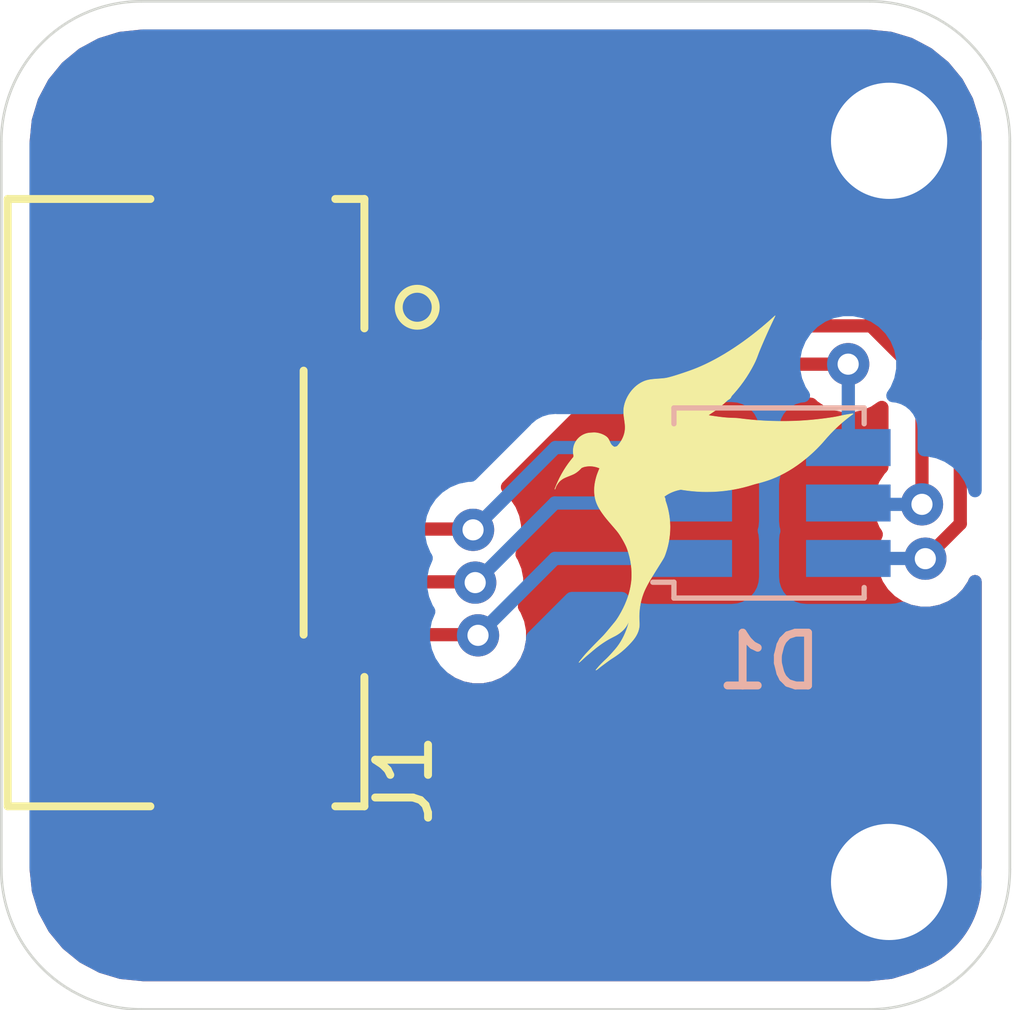
<source format=kicad_pcb>
(kicad_pcb (version 20171130) (host pcbnew "(5.1.10)-1")

  (general
    (thickness 1.6)
    (drawings 12)
    (tracks 39)
    (zones 0)
    (modules 5)
    (nets 8)
  )

  (page A4)
  (layers
    (0 F.Cu signal)
    (31 B.Cu signal)
    (32 B.Adhes user)
    (33 F.Adhes user)
    (34 B.Paste user)
    (35 F.Paste user)
    (36 B.SilkS user)
    (37 F.SilkS user)
    (38 B.Mask user)
    (39 F.Mask user)
    (40 Dwgs.User user)
    (41 Cmts.User user)
    (42 Eco1.User user)
    (43 Eco2.User user)
    (44 Edge.Cuts user)
    (45 Margin user)
    (46 B.CrtYd user)
    (47 F.CrtYd user)
    (48 B.Fab user hide)
    (49 F.Fab user hide)
  )

  (setup
    (last_trace_width 0.25)
    (trace_clearance 0.2)
    (zone_clearance 0.508)
    (zone_45_only no)
    (trace_min 0.2)
    (via_size 0.8)
    (via_drill 0.4)
    (via_min_size 0.4)
    (via_min_drill 0.3)
    (uvia_size 0.3)
    (uvia_drill 0.1)
    (uvias_allowed no)
    (uvia_min_size 0.2)
    (uvia_min_drill 0.1)
    (edge_width 0.05)
    (segment_width 0.2)
    (pcb_text_width 0.3)
    (pcb_text_size 1.5 1.5)
    (mod_edge_width 0.12)
    (mod_text_size 1 1)
    (mod_text_width 0.15)
    (pad_size 2.1 2.799999)
    (pad_drill 0)
    (pad_to_mask_clearance 0)
    (aux_axis_origin 0 0)
    (visible_elements 7FFFFFFF)
    (pcbplotparams
      (layerselection 0x010fc_ffffffff)
      (usegerberextensions true)
      (usegerberattributes false)
      (usegerberadvancedattributes false)
      (creategerberjobfile false)
      (excludeedgelayer true)
      (linewidth 0.100000)
      (plotframeref false)
      (viasonmask false)
      (mode 1)
      (useauxorigin false)
      (hpglpennumber 1)
      (hpglpenspeed 20)
      (hpglpendiameter 15.000000)
      (psnegative false)
      (psa4output false)
      (plotreference true)
      (plotvalue false)
      (plotinvisibletext false)
      (padsonsilk false)
      (subtractmaskfromsilk true)
      (outputformat 1)
      (mirror false)
      (drillshape 0)
      (scaleselection 1)
      (outputdirectory "gerber/"))
  )

  (net 0 "")
  (net 1 "Net-(D1-Pad1)")
  (net 2 "Net-(D1-Pad2)")
  (net 3 "Net-(D1-Pad3)")
  (net 4 "Net-(D1-Pad6)")
  (net 5 "Net-(D1-Pad5)")
  (net 6 "Net-(D1-Pad4)")
  (net 7 "Net-(J1-PadSH)")

  (net_class Default "This is the default net class."
    (clearance 0.2)
    (trace_width 0.25)
    (via_dia 0.8)
    (via_drill 0.4)
    (uvia_dia 0.3)
    (uvia_drill 0.1)
    (add_net "Net-(D1-Pad1)")
    (add_net "Net-(D1-Pad2)")
    (add_net "Net-(D1-Pad3)")
    (add_net "Net-(D1-Pad4)")
    (add_net "Net-(D1-Pad5)")
    (add_net "Net-(D1-Pad6)")
    (add_net "Net-(J1-PadSH)")
  )

  (module digikey-footprints:6-PLCC_3.5x3.5mm (layer B.Cu) (tedit 61934CEB) (tstamp 6191F1F0)
    (at 147.5881 66.421)
    (path /6191D7E3)
    (attr smd)
    (fp_text reference D1 (at 0 3 -180) (layer B.SilkS)
      (effects (font (size 1 1) (thickness 0.15)) (justify mirror))
    )
    (fp_text value ASMB-TTB0-0A3A2 (at 0 -3.1) (layer B.Fab)
      (effects (font (size 1 1) (thickness 0.15)) (justify mirror))
    )
    (fp_line (start -2.8 2.3) (end 2.8 2.3) (layer B.CrtYd) (width 0.1))
    (fp_line (start 2.8 2.3) (end 2.8 -2.3) (layer B.CrtYd) (width 0.1))
    (fp_line (start 2.8 -2.3) (end -2.8 -2.3) (layer B.CrtYd) (width 0.1))
    (fp_line (start -2.8 -2.3) (end -2.8 2.3) (layer B.CrtYd) (width 0.1))
    (fp_line (start -1.8 1.5) (end -2.2 1.5) (layer B.SilkS) (width 0.1))
    (fp_line (start -1.8 1.8) (end -1.8 1.5) (layer B.SilkS) (width 0.1))
    (fp_line (start 1.8 1.8) (end -1.8 1.8) (layer B.SilkS) (width 0.1))
    (fp_line (start 1.8 1.6) (end 1.8 1.8) (layer B.SilkS) (width 0.1))
    (fp_line (start -1.8 -1.8) (end -1.8 -1.5) (layer B.SilkS) (width 0.1))
    (fp_line (start 1.8 -1.8) (end -1.8 -1.8) (layer B.SilkS) (width 0.1))
    (fp_line (start 1.8 -1.5) (end 1.8 -1.8) (layer B.SilkS) (width 0.1))
    (fp_line (start -1.75 -1.75) (end -1.75 1.75) (layer B.Fab) (width 0.1))
    (fp_line (start 1.75 -1.75) (end -1.75 -1.75) (layer B.Fab) (width 0.1))
    (fp_line (start 1.75 1.75) (end 1.75 -1.75) (layer B.Fab) (width 0.1))
    (fp_line (start -1.75 1.75) (end 1.75 1.75) (layer B.Fab) (width 0.1))
    (fp_text user REF** (at 0 0 -90) (layer B.Fab)
      (effects (font (size 0.5 0.5) (thickness 0.125)) (justify mirror))
    )
    (pad 1 smd rect (at -1.5 1.05) (size 1.6 0.7) (layers B.Cu B.Paste B.Mask)
      (net 1 "Net-(D1-Pad1)"))
    (pad 2 smd rect (at -1.5 0) (size 1.6 0.7) (layers B.Cu B.Paste B.Mask)
      (net 2 "Net-(D1-Pad2)"))
    (pad 3 smd rect (at -1.5 -1.05) (size 1.6 0.7) (layers B.Cu B.Paste B.Mask)
      (net 3 "Net-(D1-Pad3)"))
    (pad 6 smd rect (at 1.5 1.05) (size 1.6 0.7) (layers B.Cu B.Paste B.Mask)
      (net 4 "Net-(D1-Pad6)"))
    (pad 5 smd rect (at 1.5 0) (size 1.6 0.7) (layers B.Cu B.Paste B.Mask)
      (net 5 "Net-(D1-Pad5)"))
    (pad 4 smd rect (at 1.5 -1.05) (size 1.6 0.7) (layers B.Cu B.Paste B.Mask)
      (net 6 "Net-(D1-Pad4)"))
    (model ${KIPRJMOD}/footprints/6-PLCC.STEP
      (offset (xyz -1.5 -1.72 1.38))
      (scale (xyz 1 1 1))
      (rotate (xyz 0 0 0))
    )
  )

  (module Molex_FFC:molex_FFC_0522070633 (layer F.Cu) (tedit 6194AFDB) (tstamp 6191F22F)
    (at 139.1793 63.6143 270)
    (path /6191FD81)
    (fp_text reference J1 (at 8.05 -1.5 90) (layer F.SilkS)
      (effects (font (size 1 1) (thickness 0.15)))
    )
    (fp_text value Conn_01x06_Shielded (at 3 7.1 90) (layer F.Fab)
      (effects (font (size 1 1) (thickness 0.15)))
    )
    (fp_line (start 0 0) (end 0.6 0) (layer Dwgs.User) (width 0.12))
    (fp_line (start 0.6 0) (end 0.6 -1.9) (layer Dwgs.User) (width 0.12))
    (fp_line (start 0.6 -1.9) (end 0 -1.9) (layer Dwgs.User) (width 0.12))
    (fp_line (start 0 -1.9) (end 0 0) (layer Dwgs.User) (width 0.12))
    (fp_line (start 1 0) (end 1.6 0) (layer Dwgs.User) (width 0.12))
    (fp_line (start 1.6 0) (end 1.6 -1.9) (layer Dwgs.User) (width 0.12))
    (fp_line (start 1.6 -1.9) (end 1 -1.9) (layer Dwgs.User) (width 0.12))
    (fp_line (start 1 -1.9) (end 1 0) (layer Dwgs.User) (width 0.12))
    (fp_line (start 1 0) (end 1.6 0) (layer Dwgs.User) (width 0.12))
    (fp_line (start 2 0) (end 2.6 0) (layer Dwgs.User) (width 0.12))
    (fp_line (start 2.6 0) (end 2.6 -1.9) (layer Dwgs.User) (width 0.12))
    (fp_line (start 2.6 -1.9) (end 2 -1.9) (layer Dwgs.User) (width 0.12))
    (fp_line (start 2 -1.9) (end 2 0) (layer Dwgs.User) (width 0.12))
    (fp_line (start 3 0) (end 3.6 0) (layer Dwgs.User) (width 0.12))
    (fp_line (start 3.6 0) (end 3.6 -1.9) (layer Dwgs.User) (width 0.12))
    (fp_line (start 3.6 -1.9) (end 3 -1.9) (layer Dwgs.User) (width 0.12))
    (fp_line (start 3 -1.9) (end 3 0) (layer Dwgs.User) (width 0.12))
    (fp_line (start 4 0) (end 4.6 0) (layer Dwgs.User) (width 0.12))
    (fp_line (start 4.6 0) (end 4.6 -1.9) (layer Dwgs.User) (width 0.12))
    (fp_line (start 4.6 -1.9) (end 4 -1.9) (layer Dwgs.User) (width 0.12))
    (fp_line (start 4 -1.9) (end 4 0) (layer Dwgs.User) (width 0.12))
    (fp_line (start 5 0) (end 5.6 0) (layer Dwgs.User) (width 0.12))
    (fp_line (start 5.6 0) (end 5.6 -1.9) (layer Dwgs.User) (width 0.12))
    (fp_line (start 5.6 -1.9) (end 5 -1.9) (layer Dwgs.User) (width 0.12))
    (fp_line (start 5 -1.9) (end 5 0) (layer Dwgs.User) (width 0.12))
    (fp_line (start 7.4 0) (end 7.4 2.8) (layer Dwgs.User) (width 0.12))
    (fp_line (start 7.4 2.8) (end 9.5 2.8) (layer Dwgs.User) (width 0.12))
    (fp_line (start 9.5 2.8) (end 9.5 0) (layer Dwgs.User) (width 0.12))
    (fp_line (start 9.5 0) (end 7.4 0) (layer Dwgs.User) (width 0.12))
    (fp_line (start 6.1 -0.75) (end 8.55 -0.75) (layer Dwgs.User) (width 0.12))
    (fp_line (start 8.55 -0.75) (end 8.55 -0.2) (layer Dwgs.User) (width 0.12))
    (fp_line (start -1.8 0) (end -1.8 2.8) (layer Dwgs.User) (width 0.12))
    (fp_line (start -1.8 2.8) (end -3.9 2.8) (layer Dwgs.User) (width 0.12))
    (fp_line (start -3.9 2.8) (end -3.9 0) (layer Dwgs.User) (width 0.12))
    (fp_line (start -3.9 0) (end -1.8 0) (layer Dwgs.User) (width 0.12))
    (fp_line (start -0.5 -0.75) (end -2.95 -0.75) (layer Dwgs.User) (width 0.12))
    (fp_line (start -2.95 -0.75) (end -2.95 -0.2) (layer Dwgs.User) (width 0.12))
    (fp_line (start 0.3 0.4) (end 5.3 0.4) (layer Dwgs.User) (width 0.12))
    (fp_line (start -2.95 3.3) (end -2.95 6) (layer Dwgs.User) (width 0.12))
    (fp_line (start -2.95 6) (end 8.55 6) (layer Dwgs.User) (width 0.12))
    (fp_line (start 8.55 6) (end 8.55 3.3) (layer Dwgs.User) (width 0.12))
    (fp_circle (center -0.9 -1.75) (end -0.65 -1.5) (layer Dwgs.User) (width 0.12))
    (fp_line (start -2.95 -0.2) (end -2.95 -0.75) (layer F.SilkS) (width 0.15))
    (fp_line (start -2.95 -0.75) (end -0.5 -0.75) (layer F.SilkS) (width 0.15))
    (fp_line (start 0.3 0.4) (end 5.3 0.4) (layer F.SilkS) (width 0.15))
    (fp_line (start 6.1 -0.75) (end 8.55 -0.75) (layer F.SilkS) (width 0.15))
    (fp_line (start 8.55 -0.75) (end 8.55 -0.2) (layer F.SilkS) (width 0.15))
    (fp_line (start 8.55 3.3) (end 8.55 6) (layer F.SilkS) (width 0.15))
    (fp_line (start 8.55 6) (end -2.95 6) (layer F.SilkS) (width 0.15))
    (fp_line (start -2.95 6) (end -2.95 3.3) (layer F.SilkS) (width 0.15))
    (fp_circle (center -0.9 -1.75) (end -0.55 -1.75) (layer F.SilkS) (width 0.15))
    (pad SH smd rect (at 8.45 1.4 270) (size 2.1 2.799999) (layers F.Cu F.Paste F.Mask)
      (net 7 "Net-(J1-PadSH)"))
    (pad SH smd rect (at -2.85 1.4 270) (size 2.1 2.799999) (layers F.Cu F.Paste F.Mask)
      (net 7 "Net-(J1-PadSH)"))
    (pad 1 smd rect (at 0.3 -0.95 270) (size 0.6 1.9) (layers F.Cu F.Paste F.Mask)
      (net 4 "Net-(D1-Pad6)"))
    (pad 6 smd rect (at 5.3 -0.95 270) (size 0.6 1.9) (layers F.Cu F.Paste F.Mask)
      (net 1 "Net-(D1-Pad1)"))
    (pad 5 smd rect (at 4.3 -0.95 270) (size 0.6 1.9) (layers F.Cu F.Paste F.Mask)
      (net 2 "Net-(D1-Pad2)"))
    (pad 4 smd rect (at 3.3 -0.95 270) (size 0.6 1.9) (layers F.Cu F.Paste F.Mask)
      (net 3 "Net-(D1-Pad3)"))
    (pad 3 smd rect (at 2.3 -0.95 270) (size 0.6 1.9) (layers F.Cu F.Paste F.Mask)
      (net 6 "Net-(D1-Pad4)"))
    (pad 2 smd rect (at 1.3 -0.95 270) (size 0.6 1.9) (layers F.Cu F.Paste F.Mask)
      (net 5 "Net-(D1-Pad5)"))
    (model ${KIPRJMOD}/footprints/Molex_FFC/Molex_FFC_0522070633.step
      (offset (xyz 2.8 -3 1.34))
      (scale (xyz 1 1 1))
      (rotate (xyz -90 0 0))
    )
  )

  (module logo:Tern_logo (layer F.Cu) (tedit 0) (tstamp 6191FA4E)
    (at 146.3548 66.2305)
    (fp_text reference G*** (at 0 0) (layer F.SilkS) hide
      (effects (font (size 1.524 1.524) (thickness 0.3)))
    )
    (fp_text value LOGO (at 0.75 0) (layer F.SilkS) hide
      (effects (font (size 1.524 1.524) (thickness 0.3)))
    )
    (fp_poly (pts (xy -2.801035 -0.119505) (xy -2.802343 -0.115278) (xy -2.803989 -0.11088) (xy -2.80683 -0.103525)
      (xy -2.810182 -0.094567) (xy -2.812959 -0.086946) (xy -2.815588 -0.080019) (xy -2.81796 -0.074489)
      (xy -2.819602 -0.071449) (xy -2.819716 -0.071315) (xy -2.819932 -0.072132) (xy -2.818988 -0.075928)
      (xy -2.817074 -0.082015) (xy -2.815613 -0.086269) (xy -2.811344 -0.098036) (xy -2.807535 -0.107864)
      (xy -2.804381 -0.115291) (xy -2.802077 -0.119855) (xy -2.800936 -0.121138) (xy -2.801035 -0.119505)) (layer F.SilkS) (width 0.01))
    (fp_poly (pts (xy 1.348154 -3.35404) (xy 1.348154 -3.354028) (xy 1.347335 -3.352079) (xy 1.34501 -3.347029)
      (xy 1.341376 -3.339293) (xy 1.336629 -3.329286) (xy 1.330966 -3.317425) (xy 1.324585 -3.304124)
      (xy 1.319603 -3.293781) (xy 1.274481 -3.198949) (xy 1.228968 -3.100754) (xy 1.18329 -2.999692)
      (xy 1.13767 -2.896261) (xy 1.092332 -2.790955) (xy 1.087815 -2.780323) (xy 1.076769 -2.754213)
      (xy 1.067015 -2.730959) (xy 1.058267 -2.709843) (xy 1.050237 -2.690144) (xy 1.04264 -2.671145)
      (xy 1.03519 -2.652127) (xy 1.0276 -2.63237) (xy 1.019583 -2.611156) (xy 1.010854 -2.587766)
      (xy 1.007269 -2.5781) (xy 0.997622 -2.552899) (xy 0.98738 -2.527874) (xy 0.976309 -2.502539)
      (xy 0.964178 -2.476404) (xy 0.950753 -2.448984) (xy 0.935803 -2.419789) (xy 0.919095 -2.388333)
      (xy 0.901078 -2.355361) (xy 0.853122 -2.272471) (xy 0.801584 -2.190771) (xy 0.746687 -2.110573)
      (xy 0.688657 -2.03219) (xy 0.627719 -1.955935) (xy 0.564097 -1.88212) (xy 0.546251 -1.862389)
      (xy 0.536534 -1.851608) (xy 0.529164 -1.843034) (xy 0.523722 -1.836118) (xy 0.519788 -1.830307)
      (xy 0.516943 -1.82505) (xy 0.515731 -1.822297) (xy 0.507351 -1.805629) (xy 0.496783 -1.791678)
      (xy 0.483522 -1.77991) (xy 0.46706 -1.769789) (xy 0.465016 -1.768746) (xy 0.459852 -1.765948)
      (xy 0.454621 -1.762604) (xy 0.448865 -1.758338) (xy 0.442122 -1.752772) (xy 0.433936 -1.74553)
      (xy 0.423845 -1.736234) (xy 0.41308 -1.726106) (xy 0.402006 -1.715775) (xy 0.390836 -1.705626)
      (xy 0.380191 -1.696202) (xy 0.370688 -1.688046) (xy 0.362946 -1.6817) (xy 0.358981 -1.678678)
      (xy 0.35153 -1.672889) (xy 0.342346 -1.665131) (xy 0.332399 -1.656257) (xy 0.322661 -1.647122)
      (xy 0.318764 -1.64331) (xy 0.309698 -1.634583) (xy 0.300284 -1.625992) (xy 0.291399 -1.618303)
      (xy 0.283917 -1.612287) (xy 0.281032 -1.610185) (xy 0.274226 -1.605405) (xy 0.265283 -1.599008)
      (xy 0.255199 -1.591714) (xy 0.24497 -1.584241) (xy 0.2413 -1.581539) (xy 0.215851 -1.563101)
      (xy 0.19115 -1.545881) (xy 0.16805 -1.530468) (xy 0.157965 -1.524) (xy 0.13864 -1.511516)
      (xy 0.121885 -1.500123) (xy 0.107967 -1.490012) (xy 0.097155 -1.481374) (xy 0.093439 -1.478078)
      (xy 0.082342 -1.467804) (xy 0.089529 -1.466598) (xy 0.098538 -1.46514) (xy 0.110812 -1.46323)
      (xy 0.125746 -1.460959) (xy 0.142736 -1.458413) (xy 0.161177 -1.455682) (xy 0.180462 -1.452854)
      (xy 0.199988 -1.450017) (xy 0.21915 -1.44726) (xy 0.237341 -1.444671) (xy 0.253959 -1.442339)
      (xy 0.268396 -1.440352) (xy 0.277447 -1.439138) (xy 0.313753 -1.43448) (xy 0.347047 -1.430504)
      (xy 0.378148 -1.427142) (xy 0.407879 -1.424329) (xy 0.437061 -1.421996) (xy 0.466515 -1.420077)
      (xy 0.497064 -1.418504) (xy 0.529528 -1.417211) (xy 0.55587 -1.416377) (xy 0.577023 -1.415726)
      (xy 0.594976 -1.415066) (xy 0.610432 -1.414348) (xy 0.624099 -1.413526) (xy 0.636681 -1.412553)
      (xy 0.648885 -1.411381) (xy 0.661417 -1.409963) (xy 0.672123 -1.408625) (xy 0.765791 -1.397106)
      (xy 0.856643 -1.387119) (xy 0.945439 -1.378617) (xy 1.032935 -1.371549) (xy 1.119891 -1.365866)
      (xy 1.207063 -1.36152) (xy 1.295211 -1.35846) (xy 1.385092 -1.356638) (xy 1.477464 -1.356005)
      (xy 1.48297 -1.356004) (xy 1.551464 -1.356293) (xy 1.616921 -1.357167) (xy 1.680176 -1.358658)
      (xy 1.742059 -1.360798) (xy 1.803404 -1.36362) (xy 1.865043 -1.367158) (xy 1.927809 -1.371443)
      (xy 1.9812 -1.375578) (xy 2.022093 -1.379071) (xy 2.064035 -1.382975) (xy 2.106683 -1.387243)
      (xy 2.149691 -1.39183) (xy 2.192715 -1.396689) (xy 2.235408 -1.401776) (xy 2.277427 -1.407043)
      (xy 2.318425 -1.412446) (xy 2.358059 -1.417937) (xy 2.395982 -1.423473) (xy 2.43185 -1.429006)
      (xy 2.465318 -1.43449) (xy 2.496041 -1.439881) (xy 2.523674 -1.445131) (xy 2.547871 -1.450195)
      (xy 2.555385 -1.451897) (xy 2.588942 -1.459422) (xy 2.623286 -1.466655) (xy 2.657315 -1.473379)
      (xy 2.689926 -1.479378) (xy 2.720018 -1.484435) (xy 2.722685 -1.484855) (xy 2.73669 -1.487093)
      (xy 2.751334 -1.489513) (xy 2.765445 -1.491915) (xy 2.777855 -1.494101) (xy 2.786185 -1.495639)
      (xy 2.798704 -1.497788) (xy 2.808606 -1.49898) (xy 2.815417 -1.499162) (xy 2.81715 -1.498945)
      (xy 2.823692 -1.497584) (xy 2.814219 -1.490881) (xy 2.803314 -1.483022) (xy 2.789982 -1.473181)
      (xy 2.774837 -1.461828) (xy 2.758497 -1.449433) (xy 2.741576 -1.436465) (xy 2.724691 -1.423395)
      (xy 2.708457 -1.410692) (xy 2.69349 -1.398825) (xy 2.6924 -1.397953) (xy 2.614685 -1.333509)
      (xy 2.539303 -1.266415) (xy 2.466029 -1.196449) (xy 2.394633 -1.123388) (xy 2.324889 -1.047009)
      (xy 2.276211 -0.9906) (xy 2.256491 -0.967721) (xy 2.234343 -0.942921) (xy 2.210335 -0.916791)
      (xy 2.185033 -0.889922) (xy 2.159003 -0.862902) (xy 2.132813 -0.836324) (xy 2.107029 -0.810777)
      (xy 2.082218 -0.786852) (xy 2.066193 -0.771811) (xy 1.99136 -0.704628) (xy 1.915863 -0.641167)
      (xy 1.839729 -0.581446) (xy 1.762983 -0.52548) (xy 1.685655 -0.473288) (xy 1.60777 -0.424887)
      (xy 1.529356 -0.380293) (xy 1.45044 -0.339524) (xy 1.371049 -0.302597) (xy 1.29121 -0.269529)
      (xy 1.2416 -0.251009) (xy 1.202209 -0.237403) (xy 1.160794 -0.223999) (xy 1.118506 -0.21114)
      (xy 1.076502 -0.199168) (xy 1.035933 -0.188425) (xy 1.007208 -0.181397) (xy 0.995547 -0.17849)
      (xy 0.981215 -0.174654) (xy 0.965252 -0.170183) (xy 0.948698 -0.165372) (xy 0.932593 -0.160513)
      (xy 0.925147 -0.158194) (xy 0.835989 -0.13148) (xy 0.747871 -0.107932) (xy 0.6602 -0.087442)
      (xy 0.572383 -0.069901) (xy 0.483829 -0.055199) (xy 0.393945 -0.04323) (xy 0.302138 -0.033882)
      (xy 0.21297 -0.027354) (xy 0.195232 -0.026459) (xy 0.174282 -0.025687) (xy 0.150814 -0.025044)
      (xy 0.125522 -0.024536) (xy 0.099099 -0.024169) (xy 0.07224 -0.023949) (xy 0.045639 -0.023881)
      (xy 0.019988 -0.023972) (xy -0.004017 -0.024226) (xy -0.025683 -0.024651) (xy -0.042984 -0.025199)
      (xy -0.131124 -0.029825) (xy -0.216776 -0.036689) (xy -0.300706 -0.045866) (xy -0.383679 -0.057429)
      (xy -0.396546 -0.059447) (xy -0.436684 -0.065834) (xy -0.459529 -0.061381) (xy -0.503469 -0.051272)
      (xy -0.547315 -0.03819) (xy -0.590464 -0.022397) (xy -0.63231 -0.004152) (xy -0.672248 0.016285)
      (xy -0.709671 0.038651) (xy -0.738764 0.058772) (xy -0.752332 0.06883) (xy -0.748234 0.074958)
      (xy -0.74004 0.090104) (xy -0.734177 0.107025) (xy -0.731096 0.12425) (xy -0.730738 0.131881)
      (xy -0.730359 0.138371) (xy -0.729082 0.145579) (xy -0.726695 0.154383) (xy -0.722989 0.165656)
      (xy -0.72179 0.169082) (xy -0.702413 0.228734) (xy -0.685479 0.290873) (xy -0.671098 0.354851)
      (xy -0.659378 0.420019) (xy -0.650431 0.48573) (xy -0.644365 0.551336) (xy -0.64129 0.616189)
      (xy -0.640909 0.646723) (xy -0.642669 0.717461) (xy -0.647995 0.789031) (xy -0.656792 0.860898)
      (xy -0.668966 0.932523) (xy -0.684422 1.003368) (xy -0.703068 1.072897) (xy -0.724808 1.140571)
      (xy -0.729839 1.154723) (xy -0.734424 1.167365) (xy -0.73854 1.17854) (xy -0.742372 1.188596)
      (xy -0.746106 1.19788) (xy -0.749927 1.206741) (xy -0.754019 1.215524) (xy -0.758567 1.224577)
      (xy -0.763757 1.234248) (xy -0.769773 1.244884) (xy -0.776801 1.256832) (xy -0.785025 1.270439)
      (xy -0.79463 1.286052) (xy -0.805802 1.30402) (xy -0.818725 1.324689) (xy -0.829754 1.342293)
      (xy -0.855943 1.384115) (xy -0.88014 1.422825) (xy -0.902454 1.458605) (xy -0.922993 1.491637)
      (xy -0.941865 1.522104) (xy -0.95918 1.550189) (xy -0.975045 1.576073) (xy -0.989569 1.599941)
      (xy -1.002861 1.621973) (xy -1.01503 1.642353) (xy -1.026183 1.661263) (xy -1.036429 1.678885)
      (xy -1.045878 1.695403) (xy -1.054636 1.710999) (xy -1.062814 1.725854) (xy -1.070518 1.740153)
      (xy -1.077859 1.754077) (xy -1.084944 1.767809) (xy -1.091882 1.781531) (xy -1.096931 1.791677)
      (xy -1.107233 1.812722) (xy -1.116075 1.831325) (xy -1.123886 1.848468) (xy -1.131094 1.865129)
      (xy -1.138129 1.88229) (xy -1.145418 1.90093) (xy -1.150202 1.913525) (xy -1.169355 1.969173)
      (xy -1.185889 2.027231) (xy -1.199718 2.087132) (xy -1.210754 2.148307) (xy -1.218909 2.210188)
      (xy -1.224094 2.272208) (xy -1.226221 2.333798) (xy -1.225203 2.394391) (xy -1.225091 2.39688)
      (xy -1.224391 2.41215) (xy -1.223675 2.427871) (xy -1.222988 2.443058) (xy -1.222373 2.456725)
      (xy -1.221877 2.467889) (xy -1.221714 2.471609) (xy -1.221964 2.509924) (xy -1.226069 2.548088)
      (xy -1.234037 2.586116) (xy -1.245874 2.624022) (xy -1.261586 2.661821) (xy -1.281179 2.699529)
      (xy -1.30466 2.73716) (xy -1.332035 2.774729) (xy -1.36331 2.81225) (xy -1.368814 2.818403)
      (xy -1.411216 2.864192) (xy -1.452794 2.906679) (xy -1.494004 2.946254) (xy -1.535298 2.983307)
      (xy -1.577132 3.018228) (xy -1.61996 3.051408) (xy -1.664237 3.083237) (xy -1.710417 3.114105)
      (xy -1.721338 3.121099) (xy -1.736193 3.130603) (xy -1.749846 3.139498) (xy -1.762879 3.148188)
      (xy -1.775873 3.157077) (xy -1.789407 3.166571) (xy -1.804064 3.177073) (xy -1.820423 3.188988)
      (xy -1.839065 3.20272) (xy -1.847298 3.208817) (xy -1.867742 3.223983) (xy -1.885361 3.237073)
      (xy -1.900475 3.248329) (xy -1.913403 3.257994) (xy -1.924467 3.266311) (xy -1.933986 3.273522)
      (xy -1.942279 3.27987) (xy -1.949669 3.285597) (xy -1.956473 3.290945) (xy -1.963014 3.296159)
      (xy -1.96961 3.301479) (xy -1.970075 3.301856) (xy -1.984011 3.313145) (xy -1.995296 3.32225)
      (xy -2.004305 3.329463) (xy -2.011416 3.335071) (xy -2.017004 3.339364) (xy -2.021445 3.342631)
      (xy -2.025114 3.345162) (xy -2.028387 3.347246) (xy -2.031261 3.348953) (xy -2.038021 3.352718)
      (xy -2.04189 3.354431) (xy -2.043233 3.3542) (xy -2.042521 3.352312) (xy -2.040324 3.349236)
      (xy -2.035978 3.343698) (xy -2.029892 3.336191) (xy -2.022475 3.327205) (xy -2.014137 3.317234)
      (xy -2.005285 3.306769) (xy -1.996331 3.296303) (xy -1.987682 3.286326) (xy -1.986865 3.285393)
      (xy -1.977144 3.274578) (xy -1.9652 3.26176) (xy -1.951612 3.247521) (xy -1.936957 3.232443)
      (xy -1.921812 3.217109) (xy -1.906754 3.202103) (xy -1.892361 3.188005) (xy -1.87921 3.1754)
      (xy -1.867878 3.16487) (xy -1.863969 3.161355) (xy -1.850912 3.149335) (xy -1.835786 3.13467)
      (xy -1.818962 3.117765) (xy -1.80081 3.099027) (xy -1.781702 3.078862) (xy -1.762009 3.057677)
      (xy -1.742101 3.035878) (xy -1.72235 3.013872) (xy -1.703127 2.992064) (xy -1.684802 2.970862)
      (xy -1.667746 2.950671) (xy -1.652331 2.931899) (xy -1.638927 2.914951) (xy -1.638319 2.914162)
      (xy -1.604485 2.867466) (xy -1.572332 2.817557) (xy -1.542052 2.764836) (xy -1.51384 2.709704)
      (xy -1.487889 2.652561) (xy -1.464393 2.593809) (xy -1.443545 2.533848) (xy -1.42567 2.47357)
      (xy -1.422171 2.460439) (xy -1.418649 2.446829) (xy -1.415245 2.433321) (xy -1.4121 2.4205)
      (xy -1.409354 2.40895) (xy -1.407147 2.399254) (xy -1.40562 2.391997) (xy -1.404914 2.387761)
      (xy -1.404883 2.387175) (xy -1.40549 2.387894) (xy -1.407094 2.391698) (xy -1.409452 2.39797)
      (xy -1.412319 2.40609) (xy -1.412344 2.406162) (xy -1.428146 2.44694) (xy -1.446681 2.485191)
      (xy -1.468098 2.521113) (xy -1.492546 2.554903) (xy -1.520175 2.586757) (xy -1.551134 2.616874)
      (xy -1.585574 2.645451) (xy -1.604107 2.659197) (xy -1.62127 2.671059) (xy -1.639028 2.682455)
      (xy -1.658028 2.693759) (xy -1.678917 2.705347) (xy -1.702344 2.717594) (xy -1.722315 2.727607)
      (xy -1.786103 2.761032) (xy -1.84995 2.798314) (xy -1.913784 2.839406) (xy -1.977533 2.884257)
      (xy -2.041125 2.932821) (xy -2.10449 2.985049) (xy -2.107064 2.987252) (xy -2.121221 2.999353)
      (xy -2.136783 3.012594) (xy -2.152859 3.026222) (xy -2.16856 3.039484) (xy -2.182993 3.051625)
      (xy -2.194169 3.060974) (xy -2.20737 3.072018) (xy -2.219063 3.08191) (xy -2.229826 3.091164)
      (xy -2.240237 3.100292) (xy -2.250873 3.109811) (xy -2.26231 3.120233) (xy -2.275127 3.132072)
      (xy -2.2899 3.145844) (xy -2.298195 3.153609) (xy -2.309411 3.163999) (xy -2.320516 3.174061)
      (xy -2.331128 3.183472) (xy -2.340867 3.191908) (xy -2.349352 3.199044) (xy -2.356204 3.204557)
      (xy -2.36104 3.208122) (xy -2.363481 3.209414) (xy -2.363656 3.209365) (xy -2.362921 3.207443)
      (xy -2.359927 3.202855) (xy -2.354931 3.195924) (xy -2.348192 3.186972) (xy -2.339967 3.176321)
      (xy -2.330515 3.164294) (xy -2.320094 3.151213) (xy -2.308961 3.137402) (xy -2.297374 3.123182)
      (xy -2.285593 3.108877) (xy -2.273874 3.094808) (xy -2.262476 3.081298) (xy -2.251656 3.06867)
      (xy -2.244752 3.060741) (xy -2.228877 3.042926) (xy -2.210188 3.022457) (xy -2.18868 2.999331)
      (xy -2.164352 2.973544) (xy -2.137199 2.945094) (xy -2.10722 2.913977) (xy -2.07441 2.88019)
      (xy -2.038768 2.843731) (xy -2.000289 2.804595) (xy -1.961834 2.76567) (xy -1.950449 2.754163)
      (xy -1.939971 2.743543) (xy -1.930233 2.733617) (xy -1.921067 2.724194) (xy -1.912307 2.715079)
      (xy -1.903785 2.706082) (xy -1.895334 2.697009) (xy -1.886786 2.687669) (xy -1.877974 2.677868)
      (xy -1.868732 2.667415) (xy -1.858891 2.656117) (xy -1.848285 2.643782) (xy -1.836747 2.630217)
      (xy -1.824108 2.61523) (xy -1.810202 2.598629) (xy -1.794862 2.58022) (xy -1.77792 2.559813)
      (xy -1.759209 2.537213) (xy -1.738562 2.51223) (xy -1.715812 2.48467) (xy -1.690791 2.454342)
      (xy -1.683282 2.445239) (xy -1.666924 2.424322) (xy -1.649376 2.399803) (xy -1.63658 2.380599)
      (xy -1.404661 2.380599) (xy -1.404302 2.383133) (xy -1.403635 2.383163) (xy -1.403168 2.380548)
      (xy -1.40348 2.379419) (xy -1.404348 2.378679) (xy -1.404661 2.380599) (xy -1.63658 2.380599)
      (xy -1.631481 2.372947) (xy -1.402861 2.372947) (xy -1.401884 2.373923) (xy -1.400907 2.372947)
      (xy -1.401884 2.37197) (xy -1.402861 2.372947) (xy -1.631481 2.372947) (xy -1.630703 2.37178)
      (xy -1.610972 2.34035) (xy -1.601739 2.325077) (xy -1.561578 2.254817) (xy -1.525028 2.184437)
      (xy -1.492118 2.114019) (xy -1.462877 2.043647) (xy -1.437334 1.973404) (xy -1.415517 1.903373)
      (xy -1.397455 1.833637) (xy -1.383176 1.764279) (xy -1.372711 1.695383) (xy -1.36772 1.64807)
      (xy -1.367098 1.639371) (xy -1.36645 1.627646) (xy -1.365812 1.613778) (xy -1.365224 1.598648)
      (xy -1.364724 1.583138) (xy -1.364477 1.573823) (xy -1.364689 1.502558) (xy -1.3687 1.430865)
      (xy -1.376465 1.359012) (xy -1.387938 1.287266) (xy -1.403072 1.215893) (xy -1.421822 1.14516)
      (xy -1.444143 1.075334) (xy -1.456051 1.042377) (xy -1.463993 1.022673) (xy -1.473997 1.000278)
      (xy -1.485819 0.975656) (xy -1.499216 0.949269) (xy -1.513941 0.921581) (xy -1.529751 0.893056)
      (xy -1.546402 0.864155) (xy -1.563648 0.835343) (xy -1.575121 0.816788) (xy -1.585831 0.799882)
      (xy -1.595826 0.784565) (xy -1.605504 0.770309) (xy -1.615263 0.756586) (xy -1.625501 0.74287)
      (xy -1.636615 0.728633) (xy -1.649004 0.713347) (xy -1.663065 0.696485) (xy -1.679197 0.67752)
      (xy -1.687372 0.668002) (xy -1.69695 0.656879) (xy -1.70846 0.643514) (xy -1.721285 0.628624)
      (xy -1.734806 0.612926) (xy -1.748406 0.597138) (xy -1.761465 0.581979) (xy -1.76731 0.575194)
      (xy -1.790335 0.54834) (xy -1.810999 0.523953) (xy -1.829616 0.50165) (xy -1.846497 0.481049)
      (xy -1.861958 0.461767) (xy -1.876309 0.44342) (xy -1.889865 0.425627) (xy -1.893236 0.421127)
      (xy -1.922067 0.381456) (xy -1.94785 0.343675) (xy -1.970737 0.307434) (xy -1.990881 0.272383)
      (xy -2.008435 0.238172) (xy -2.023553 0.204451) (xy -2.036386 0.170871) (xy -2.04709 0.137081)
      (xy -2.055815 0.102731) (xy -2.062716 0.067473) (xy -2.067946 0.030954) (xy -2.069332 0.018562)
      (xy -2.070289 0.006402) (xy -2.070996 -0.008762) (xy -2.071452 -0.026034) (xy -2.071658 -0.044516)
      (xy -2.071612 -0.063313) (xy -2.071317 -0.08153) (xy -2.07077 -0.098269) (xy -2.069973 -0.112635)
      (xy -2.069332 -0.120161) (xy -2.061068 -0.181892) (xy -2.048926 -0.243215) (xy -2.03292 -0.304063)
      (xy -2.022057 -0.338555) (xy -2.017939 -0.350414) (xy -2.012743 -0.36465) (xy -2.006813 -0.380387)
      (xy -2.00049 -0.396749) (xy -1.994116 -0.412859) (xy -1.988035 -0.427841) (xy -1.982588 -0.44082)
      (xy -1.978424 -0.450254) (xy -1.975311 -0.457508) (xy -1.973113 -0.463545) (xy -1.972163 -0.467408)
      (xy -1.972206 -0.468125) (xy -1.974296 -0.469747) (xy -1.979267 -0.47234) (xy -1.986336 -0.475524)
      (xy -1.993276 -0.478358) (xy -2.029706 -0.490801) (xy -2.067297 -0.500206) (xy -2.105305 -0.506446)
      (xy -2.142985 -0.509392) (xy -2.173153 -0.509259) (xy -2.191367 -0.508095) (xy -2.209814 -0.506258)
      (xy -2.227838 -0.50386) (xy -2.244785 -0.501017) (xy -2.26 -0.497842) (xy -2.272829 -0.494448)
      (xy -2.282617 -0.490949) (xy -2.285023 -0.489814) (xy -2.291613 -0.486894) (xy -2.299602 -0.483975)
      (xy -2.303605 -0.482734) (xy -2.308698 -0.481039) (xy -2.313086 -0.4788) (xy -2.317587 -0.475404)
      (xy -2.323021 -0.470237) (xy -2.329856 -0.463061) (xy -2.351091 -0.441564) (xy -2.37368 -0.421039)
      (xy -2.396862 -0.402105) (xy -2.419877 -0.38538) (xy -2.441964 -0.371483) (xy -2.44365 -0.370522)
      (xy -2.452755 -0.365515) (xy -2.462182 -0.360643) (xy -2.472389 -0.355706) (xy -2.483833 -0.350503)
      (xy -2.496972 -0.344834) (xy -2.512265 -0.338497) (xy -2.530168 -0.331291) (xy -2.55114 -0.323016)
      (xy -2.558561 -0.320114) (xy -2.583146 -0.310368) (xy -2.604447 -0.301579) (xy -2.622908 -0.293537)
      (xy -2.638976 -0.286034) (xy -2.653095 -0.27886) (xy -2.665711 -0.271807) (xy -2.677269 -0.264666)
      (xy -2.678723 -0.263717) (xy -2.703292 -0.246203) (xy -2.725103 -0.227601) (xy -2.74474 -0.207279)
      (xy -2.762786 -0.184606) (xy -2.779824 -0.158949) (xy -2.787472 -0.145994) (xy -2.792095 -0.13798)
      (xy -2.795934 -0.131493) (xy -2.798632 -0.127124) (xy -2.799832 -0.125464) (xy -2.799861 -0.125496)
      (xy -2.799115 -0.127857) (xy -2.797032 -0.133248) (xy -2.793844 -0.14112) (xy -2.789782 -0.150924)
      (xy -2.785078 -0.162111) (xy -2.779965 -0.174133) (xy -2.774675 -0.186441) (xy -2.769439 -0.198486)
      (xy -2.764489 -0.209719) (xy -2.760649 -0.218286) (xy -2.727213 -0.288109) (xy -2.690447 -0.357381)
      (xy -2.650697 -0.425552) (xy -2.608308 -0.49207) (xy -2.563628 -0.556384) (xy -2.517 -0.617943)
      (xy -2.486673 -0.65519) (xy -2.467299 -0.678312) (xy -2.46538 -0.692673) (xy -2.464455 -0.703138)
      (xy -2.464911 -0.712525) (xy -2.466405 -0.721329) (xy -2.471644 -0.755851) (xy -2.473416 -0.791124)
      (xy -2.471772 -0.826519) (xy -2.46676 -0.861407) (xy -2.458431 -0.89516) (xy -2.450826 -0.91733)
      (xy -2.435901 -0.950679) (xy -2.41773 -0.981945) (xy -2.396485 -1.010943) (xy -2.372339 -1.037484)
      (xy -2.345463 -1.061382) (xy -2.316029 -1.082449) (xy -2.28421 -1.100499) (xy -2.281115 -1.102028)
      (xy -2.253573 -1.114232) (xy -2.226421 -1.123628) (xy -2.198651 -1.130473) (xy -2.169253 -1.135024)
      (xy -2.143451 -1.137213) (xy -2.130791 -1.137955) (xy -2.117465 -1.138746) (xy -2.104889 -1.139501)
      (xy -2.094478 -1.140136) (xy -2.092569 -1.140254) (xy -2.063143 -1.140481) (xy -2.032095 -1.137743)
      (xy -2.000149 -1.132198) (xy -1.96803 -1.124006) (xy -1.936462 -1.113327) (xy -1.906168 -1.10032)
      (xy -1.901977 -1.098276) (xy -1.876564 -1.084549) (xy -1.854853 -1.070356) (xy -1.836651 -1.055563)
      (xy -1.827164 -1.046161) (xy -1.818551 -1.036211) (xy -1.810787 -1.025623) (xy -1.803414 -1.013644)
      (xy -1.795976 -0.999523) (xy -1.788014 -0.982506) (xy -1.786714 -0.979585) (xy -1.777434 -0.95923)
      (xy -1.768938 -0.942122) (xy -1.760862 -0.927773) (xy -1.752839 -0.915695) (xy -1.744505 -0.905399)
      (xy -1.735493 -0.896398) (xy -1.725439 -0.888205) (xy -1.713977 -0.880331) (xy -1.710895 -0.878384)
      (xy -1.696915 -0.869676) (xy -1.682261 -0.871331) (xy -1.672479 -0.872902) (xy -1.661864 -0.875313)
      (xy -1.654174 -0.877573) (xy -1.648022 -0.879838) (xy -1.643201 -0.882226) (xy -1.638802 -0.885422)
      (xy -1.633917 -0.89011) (xy -1.627636 -0.896976) (xy -1.626045 -0.898769) (xy -1.597316 -0.933835)
      (xy -1.571771 -0.970409) (xy -1.549495 -1.008264) (xy -1.530575 -1.047172) (xy -1.515097 -1.086907)
      (xy -1.503145 -1.127242) (xy -1.494807 -1.16795) (xy -1.490168 -1.208804) (xy -1.489313 -1.249578)
      (xy -1.489677 -1.259253) (xy -1.490401 -1.272677) (xy -1.491244 -1.285311) (xy -1.492276 -1.297797)
      (xy -1.493567 -1.310775) (xy -1.495186 -1.324888) (xy -1.497205 -1.340776) (xy -1.499692 -1.359081)
      (xy -1.502719 -1.380444) (xy -1.503556 -1.386253) (xy -1.507141 -1.411481) (xy -1.510114 -1.433402)
      (xy -1.512526 -1.452561) (xy -1.514429 -1.469503) (xy -1.515873 -1.484772) (xy -1.516911 -1.498914)
      (xy -1.517594 -1.512472) (xy -1.517973 -1.52599) (xy -1.518099 -1.540015) (xy -1.5181 -1.540196)
      (xy -1.517919 -1.560753) (xy -1.517254 -1.578621) (xy -1.515989 -1.595001) (xy -1.514011 -1.611096)
      (xy -1.511206 -1.628105) (xy -1.508287 -1.643184) (xy -1.497334 -1.688151) (xy -1.482955 -1.732499)
      (xy -1.465349 -1.77596) (xy -1.444718 -1.818266) (xy -1.421264 -1.859149) (xy -1.395187 -1.89834)
      (xy -1.366689 -1.935571) (xy -1.33597 -1.970574) (xy -1.303232 -2.003082) (xy -1.268676 -2.032825)
      (xy -1.232503 -2.059535) (xy -1.194914 -2.082945) (xy -1.167739 -2.097288) (xy -1.146391 -2.107336)
      (xy -1.126903 -2.115589) (xy -1.107965 -2.122539) (xy -1.08827 -2.128679) (xy -1.073949 -2.132597)
      (xy -1.060758 -2.135918) (xy -1.047819 -2.138888) (xy -1.034726 -2.141561) (xy -1.021073 -2.143988)
      (xy -1.006452 -2.146222) (xy -0.99046 -2.148315) (xy -0.972688 -2.150319) (xy -0.952731 -2.152286)
      (xy -0.930184 -2.154269) (xy -0.904639 -2.15632) (xy -0.87569 -2.158491) (xy -0.868484 -2.159014)
      (xy -0.839971 -2.161108) (xy -0.814891 -2.163045) (xy -0.792776 -2.164895) (xy -0.773157 -2.16673)
      (xy -0.755568 -2.168619) (xy -0.739539 -2.170633) (xy -0.724603 -2.172843) (xy -0.710292 -2.175318)
      (xy -0.696137 -2.178131) (xy -0.681671 -2.18135) (xy -0.666426 -2.185047) (xy -0.649933 -2.189292)
      (xy -0.631724 -2.194156) (xy -0.627363 -2.195337) (xy -0.603472 -2.202024) (xy -0.576391 -2.209964)
      (xy -0.54658 -2.219009) (xy -0.514496 -2.229007) (xy -0.480596 -2.239809) (xy -0.445338 -2.251265)
      (xy -0.409182 -2.263224) (xy -0.372583 -2.275536) (xy -0.336 -2.288052) (xy -0.299892 -2.300621)
      (xy -0.264715 -2.313094) (xy -0.23153 -2.325099) (xy -0.146821 -2.357641) (xy -0.060838 -2.393752)
      (xy 0.026295 -2.433352) (xy 0.114452 -2.476359) (xy 0.203508 -2.522693) (xy 0.293338 -2.572275)
      (xy 0.383819 -2.625024) (xy 0.474824 -2.68086) (xy 0.566228 -2.739701) (xy 0.657908 -2.801469)
      (xy 0.749739 -2.866083) (xy 0.841594 -2.933461) (xy 0.93335 -3.003525) (xy 1.024882 -3.076194)
      (xy 1.116064 -3.151387) (xy 1.206772 -3.229025) (xy 1.293325 -3.305813) (xy 1.307388 -3.318506)
      (xy 1.318823 -3.328815) (xy 1.327901 -3.336979) (xy 1.334892 -3.343236) (xy 1.340066 -3.347823)
      (xy 1.343694 -3.350979) (xy 1.346046 -3.35294) (xy 1.347393 -3.353946) (xy 1.348006 -3.354233)
      (xy 1.348154 -3.35404)) (layer F.SilkS) (width 0.01))
  )

  (module Mounting_Holes:MountingHole_2.2mm_M2_ISO7380_Pad (layer F.Cu) (tedit 6191F61C) (tstamp 6191F6E9)
    (at 149.86 73.5965)
    (descr "Mounting Hole 2.2mm, M2, ISO7380")
    (tags "mounting hole 2.2mm m2 iso7380")
    (attr virtual)
    (fp_text reference REF** (at 0 -2.75) (layer F.SilkS) hide
      (effects (font (size 1 1) (thickness 0.15)))
    )
    (fp_text value MountingHole_2.2mm_M2_ISO7380_Pad (at 0 2.75) (layer F.Fab)
      (effects (font (size 1 1) (thickness 0.15)))
    )
    (fp_circle (center 0 0) (end 2 0) (layer F.CrtYd) (width 0.05))
    (fp_circle (center 0 0) (end 1.75 0) (layer Cmts.User) (width 0.15))
    (fp_text user %R (at 0.3 0) (layer F.Fab)
      (effects (font (size 1 1) (thickness 0.15)))
    )
    (pad ~ thru_hole circle (at 0 0) (size 3.500001 3.500001) (drill 2.2) (layers *.Cu *.Mask)
      (net 7 "Net-(J1-PadSH)") (zone_connect 2))
  )

  (module Mounting_Holes:MountingHole_2.2mm_M2_ISO7380_Pad (layer F.Cu) (tedit 6191F614) (tstamp 6191F684)
    (at 149.86 59.563)
    (descr "Mounting Hole 2.2mm, M2, ISO7380")
    (tags "mounting hole 2.2mm m2 iso7380")
    (attr virtual)
    (fp_text reference REF** (at 0 -2.75) (layer F.SilkS) hide
      (effects (font (size 1 1) (thickness 0.15)))
    )
    (fp_text value MountingHole_2.2mm_M2_ISO7380_Pad (at 0 2.75) (layer F.Fab)
      (effects (font (size 1 1) (thickness 0.15)))
    )
    (fp_circle (center 0 0) (end 1.75 0) (layer Cmts.User) (width 0.15))
    (fp_circle (center 0 0) (end 2 0) (layer F.CrtYd) (width 0.05))
    (fp_text user %R (at 0.3 0) (layer F.Fab)
      (effects (font (size 1 1) (thickness 0.15)))
    )
    (pad ~ thru_hole circle (at 0 0) (size 3.500001 3.500001) (drill 2.2) (layers *.Cu *.Mask)
      (net 7 "Net-(J1-PadSH)") (zone_connect 2))
  )

  (gr_line (start 133.0579 56.9214) (end 133.0579 76.0095) (layer Dwgs.User) (width 0.0254))
  (gr_line (start 133.0579 76.0095) (end 152.146 76.0095) (layer Dwgs.User) (width 0.0254))
  (gr_line (start 152.146 76.0095) (end 152.146 56.9214) (layer Dwgs.User) (width 0.0254))
  (gr_line (start 152.146 56.9214) (end 133.0579 56.9214) (layer Dwgs.User) (width 0.0254))
  (gr_arc (start 149.491579 73.355) (end 149.491579 76.009421) (angle -90) (layer Edge.Cuts) (width 0.05) (tstamp 6191F9E4))
  (gr_arc (start 135.712421 73.355) (end 133.058 73.355) (angle -90) (layer Edge.Cuts) (width 0.05) (tstamp 6191F9E1))
  (gr_arc (start 135.712421 59.576) (end 135.712421 56.921579) (angle -90) (layer Edge.Cuts) (width 0.05) (tstamp 6191F9DC))
  (gr_arc (start 149.491579 59.576) (end 152.146 59.576) (angle -90) (layer Edge.Cuts) (width 0.05))
  (gr_line (start 135.7122 76.0095) (end 149.4917 76.0095) (layer Edge.Cuts) (width 0.05) (tstamp 6191F9C8))
  (gr_line (start 149.4917 56.9214) (end 135.7122 56.9214) (layer Edge.Cuts) (width 0.05))
  (gr_line (start 133.058 59.576) (end 133.058 73.355) (layer Edge.Cuts) (width 0.05) (tstamp 6191F9C1))
  (gr_line (start 152.146 73.355) (end 152.146 59.576) (layer Edge.Cuts) (width 0.05))

  (via (at 142.079855 68.92676) (size 0.8) (drill 0.4) (layers F.Cu B.Cu) (net 1))
  (segment (start 142.067395 68.9143) (end 142.079855 68.92676) (width 0.25) (layer F.Cu) (net 1))
  (segment (start 140.1293 68.9143) (end 142.067395 68.9143) (width 0.25) (layer F.Cu) (net 1))
  (segment (start 143.535615 67.471) (end 146.0881 67.471) (width 0.25) (layer B.Cu) (net 1))
  (segment (start 142.079855 68.92676) (end 143.535615 67.471) (width 0.25) (layer B.Cu) (net 1))
  (via (at 142.026507 67.928182) (size 0.8) (drill 0.4) (layers F.Cu B.Cu) (net 2))
  (segment (start 142.012625 67.9143) (end 142.026507 67.928182) (width 0.25) (layer F.Cu) (net 2))
  (segment (start 140.1293 67.9143) (end 142.012625 67.9143) (width 0.25) (layer F.Cu) (net 2))
  (segment (start 143.533689 66.421) (end 146.0881 66.421) (width 0.25) (layer B.Cu) (net 2))
  (segment (start 142.026507 67.928182) (end 143.533689 66.421) (width 0.25) (layer B.Cu) (net 2))
  (via (at 141.986 66.929) (size 0.8) (drill 0.4) (layers F.Cu B.Cu) (net 3))
  (segment (start 141.9713 66.9143) (end 141.986 66.929) (width 0.25) (layer F.Cu) (net 3))
  (segment (start 140.1293 66.9143) (end 141.9713 66.9143) (width 0.25) (layer F.Cu) (net 3))
  (segment (start 143.544 65.371) (end 146.0881 65.371) (width 0.25) (layer B.Cu) (net 3))
  (segment (start 141.986 66.929) (end 143.544 65.371) (width 0.25) (layer B.Cu) (net 3))
  (via (at 150.5458 67.4751) (size 0.8) (drill 0.4) (layers F.Cu B.Cu) (net 4))
  (segment (start 150.5417 67.471) (end 150.5458 67.4751) (width 0.25) (layer B.Cu) (net 4))
  (segment (start 149.0881 67.471) (end 150.5417 67.471) (width 0.25) (layer B.Cu) (net 4))
  (segment (start 149.702399 62.617089) (end 143.79319 62.61709) (width 0.25) (layer F.Cu) (net 4))
  (segment (start 151.207301 64.121991) (end 149.702399 62.617089) (width 0.25) (layer F.Cu) (net 4))
  (segment (start 151.207301 66.813599) (end 151.207301 64.121991) (width 0.25) (layer F.Cu) (net 4))
  (segment (start 150.5458 67.4751) (end 151.207301 66.813599) (width 0.25) (layer F.Cu) (net 4))
  (segment (start 142.49598 63.9143) (end 140.1293 63.9143) (width 0.25) (layer F.Cu) (net 4))
  (segment (start 143.79319 62.61709) (end 142.49598 63.9143) (width 0.25) (layer F.Cu) (net 4))
  (segment (start 142.13239 64.9143) (end 143.7046 63.34209) (width 0.25) (layer F.Cu) (net 5))
  (segment (start 140.1293 64.9143) (end 142.13239 64.9143) (width 0.25) (layer F.Cu) (net 5))
  (segment (start 143.979591 63.067099) (end 149.515999 63.067099) (width 0.25) (layer F.Cu) (net 5))
  (segment (start 143.7046 63.34209) (end 143.979591 63.067099) (width 0.25) (layer F.Cu) (net 5))
  (segment (start 150.4823 64.0334) (end 150.4823 66.4464) (width 0.25) (layer F.Cu) (net 5))
  (via (at 150.4823 66.4464) (size 0.8) (drill 0.4) (layers F.Cu B.Cu) (net 5))
  (segment (start 149.515999 63.067099) (end 150.4823 64.0334) (width 0.25) (layer F.Cu) (net 5))
  (segment (start 149.1135 66.4464) (end 149.0881 66.421) (width 0.25) (layer B.Cu) (net 5))
  (segment (start 150.4823 66.4464) (end 149.1135 66.4464) (width 0.25) (layer B.Cu) (net 5))
  (via (at 149.0853 63.7921) (size 0.8) (drill 0.4) (layers F.Cu B.Cu) (net 6))
  (segment (start 149.0881 63.7949) (end 149.0853 63.7921) (width 0.25) (layer B.Cu) (net 6))
  (segment (start 149.0881 65.371) (end 149.0881 63.7949) (width 0.25) (layer B.Cu) (net 6))
  (segment (start 149.0853 63.7921) (end 143.891 63.7921) (width 0.25) (layer F.Cu) (net 6))
  (segment (start 141.7688 65.9143) (end 140.1293 65.9143) (width 0.25) (layer F.Cu) (net 6))
  (segment (start 143.891 63.7921) (end 141.7688 65.9143) (width 0.25) (layer F.Cu) (net 6))

  (zone (net 7) (net_name "Net-(J1-PadSH)") (layer F.Cu) (tstamp 6194B288) (hatch edge 0.508)
    (connect_pads (clearance 0.508))
    (min_thickness 0.254)
    (fill yes (arc_segments 32) (thermal_gap 0.508) (thermal_bridge_width 0.508))
    (polygon
      (pts
        (xy 152.146 76.0095) (xy 133.0579 76.0095) (xy 133.0579 56.9214) (xy 152.146 56.9214)
      )
    )
    (filled_polygon
      (pts
        (xy 149.878347 57.622667) (xy 150.25039 57.734994) (xy 150.593522 57.91744) (xy 150.894685 58.163063) (xy 151.142406 58.462506)
        (xy 151.327244 58.804356) (xy 151.442165 59.175605) (xy 151.486001 59.592682) (xy 151.486001 63.325889) (xy 150.266197 62.106086)
        (xy 150.242399 62.077088) (xy 150.210315 62.050757) (xy 150.126675 61.982115) (xy 149.994645 61.911543) (xy 149.851384 61.868086)
        (xy 149.739731 61.857089) (xy 149.739721 61.857089) (xy 149.702399 61.853413) (xy 149.665076 61.857089) (xy 143.830523 61.857091)
        (xy 143.79319 61.853414) (xy 143.644204 61.868088) (xy 143.500943 61.911544) (xy 143.368913 61.982116) (xy 143.282187 62.053291)
        (xy 143.282182 62.053296) (xy 143.253189 62.07709) (xy 143.229395 62.106083) (xy 142.181179 63.1543) (xy 141.519744 63.1543)
        (xy 141.433794 63.083763) (xy 141.32348 63.024798) (xy 141.203782 62.988488) (xy 141.0793 62.976228) (xy 139.1793 62.976228)
        (xy 139.054818 62.988488) (xy 138.93512 63.024798) (xy 138.824806 63.083763) (xy 138.728115 63.163115) (xy 138.648763 63.259806)
        (xy 138.589798 63.37012) (xy 138.553488 63.489818) (xy 138.541228 63.6143) (xy 138.541228 64.2143) (xy 138.553488 64.338782)
        (xy 138.576396 64.4143) (xy 138.553488 64.489818) (xy 138.541228 64.6143) (xy 138.541228 65.2143) (xy 138.553488 65.338782)
        (xy 138.576396 65.4143) (xy 138.553488 65.489818) (xy 138.541228 65.6143) (xy 138.541228 66.2143) (xy 138.553488 66.338782)
        (xy 138.576396 66.4143) (xy 138.553488 66.489818) (xy 138.541228 66.6143) (xy 138.541228 67.2143) (xy 138.553488 67.338782)
        (xy 138.576396 67.4143) (xy 138.553488 67.489818) (xy 138.541228 67.6143) (xy 138.541228 68.2143) (xy 138.553488 68.338782)
        (xy 138.576396 68.4143) (xy 138.553488 68.489818) (xy 138.541228 68.6143) (xy 138.541228 69.2143) (xy 138.553488 69.338782)
        (xy 138.589798 69.45848) (xy 138.648763 69.568794) (xy 138.728115 69.665485) (xy 138.824806 69.744837) (xy 138.93512 69.803802)
        (xy 139.054818 69.840112) (xy 139.1793 69.852372) (xy 141.0793 69.852372) (xy 141.203782 69.840112) (xy 141.32348 69.803802)
        (xy 141.433794 69.744837) (xy 141.437137 69.742093) (xy 141.589599 69.843965) (xy 141.777957 69.921986) (xy 141.977916 69.96176)
        (xy 142.181794 69.96176) (xy 142.381753 69.921986) (xy 142.570111 69.843965) (xy 142.739629 69.730697) (xy 142.883792 69.586534)
        (xy 142.99706 69.417016) (xy 143.075081 69.228658) (xy 143.114855 69.028699) (xy 143.114855 68.824821) (xy 143.075081 68.624862)
        (xy 142.99706 68.436504) (xy 142.959508 68.380303) (xy 143.021733 68.23008) (xy 143.061507 68.030121) (xy 143.061507 67.826243)
        (xy 143.021733 67.626284) (xy 142.943712 67.437926) (xy 142.913933 67.393358) (xy 142.981226 67.230898) (xy 143.021 67.030939)
        (xy 143.021 66.827061) (xy 142.981226 66.627102) (xy 142.903205 66.438744) (xy 142.789937 66.269226) (xy 142.645774 66.125063)
        (xy 142.63802 66.119882) (xy 144.205802 64.5521) (xy 148.381589 64.5521) (xy 148.425526 64.596037) (xy 148.595044 64.709305)
        (xy 148.783402 64.787326) (xy 148.983361 64.8271) (xy 149.187239 64.8271) (xy 149.387198 64.787326) (xy 149.575556 64.709305)
        (xy 149.7223 64.611254) (xy 149.722301 65.742688) (xy 149.678363 65.786626) (xy 149.565095 65.956144) (xy 149.487074 66.144502)
        (xy 149.4473 66.344461) (xy 149.4473 66.548339) (xy 149.487074 66.748298) (xy 149.565095 66.936656) (xy 149.616616 67.013763)
        (xy 149.550574 67.173202) (xy 149.5108 67.373161) (xy 149.5108 67.577039) (xy 149.550574 67.776998) (xy 149.628595 67.965356)
        (xy 149.741863 68.134874) (xy 149.886026 68.279037) (xy 150.055544 68.392305) (xy 150.243902 68.470326) (xy 150.443861 68.5101)
        (xy 150.647739 68.5101) (xy 150.847698 68.470326) (xy 151.036056 68.392305) (xy 151.205574 68.279037) (xy 151.349737 68.134874)
        (xy 151.463005 67.965356) (xy 151.486 67.909841) (xy 151.486 73.322722) (xy 151.444912 73.741768) (xy 151.332586 74.113809)
        (xy 151.150139 74.456944) (xy 150.904516 74.758106) (xy 150.605075 75.005826) (xy 150.263223 75.190665) (xy 149.891973 75.305586)
        (xy 149.474155 75.3495) (xy 135.745505 75.3495) (xy 135.325653 75.308333) (xy 134.953612 75.196007) (xy 134.610477 75.01356)
        (xy 134.309315 74.767937) (xy 134.061595 74.468496) (xy 133.876756 74.126644) (xy 133.761835 73.755394) (xy 133.718 73.338328)
        (xy 133.718 73.1143) (xy 135.741229 73.1143) (xy 135.753489 73.238782) (xy 135.789799 73.35848) (xy 135.848764 73.468794)
        (xy 135.928116 73.565485) (xy 136.024807 73.644837) (xy 136.135121 73.703802) (xy 136.254819 73.740112) (xy 136.379301 73.752372)
        (xy 137.49355 73.7493) (xy 137.6523 73.59055) (xy 137.6523 72.1913) (xy 137.9063 72.1913) (xy 137.9063 73.59055)
        (xy 138.06505 73.7493) (xy 139.179299 73.752372) (xy 139.303781 73.740112) (xy 139.423479 73.703802) (xy 139.533793 73.644837)
        (xy 139.630484 73.565485) (xy 139.709836 73.468794) (xy 139.768801 73.35848) (xy 139.805111 73.238782) (xy 139.817371 73.1143)
        (xy 139.814299 72.35005) (xy 139.655549 72.1913) (xy 137.9063 72.1913) (xy 137.6523 72.1913) (xy 135.903051 72.1913)
        (xy 135.744301 72.35005) (xy 135.741229 73.1143) (xy 133.718 73.1143) (xy 133.718 71.0143) (xy 135.741229 71.0143)
        (xy 135.744301 71.77855) (xy 135.903051 71.9373) (xy 137.6523 71.9373) (xy 137.6523 70.53805) (xy 137.9063 70.53805)
        (xy 137.9063 71.9373) (xy 139.655549 71.9373) (xy 139.814299 71.77855) (xy 139.817371 71.0143) (xy 139.805111 70.889818)
        (xy 139.768801 70.77012) (xy 139.709836 70.659806) (xy 139.630484 70.563115) (xy 139.533793 70.483763) (xy 139.423479 70.424798)
        (xy 139.303781 70.388488) (xy 139.179299 70.376228) (xy 138.06505 70.3793) (xy 137.9063 70.53805) (xy 137.6523 70.53805)
        (xy 137.49355 70.3793) (xy 136.379301 70.376228) (xy 136.254819 70.388488) (xy 136.135121 70.424798) (xy 136.024807 70.483763)
        (xy 135.928116 70.563115) (xy 135.848764 70.659806) (xy 135.789799 70.77012) (xy 135.753489 70.889818) (xy 135.741229 71.0143)
        (xy 133.718 71.0143) (xy 133.718 61.8143) (xy 135.741229 61.8143) (xy 135.753489 61.938782) (xy 135.789799 62.05848)
        (xy 135.848764 62.168794) (xy 135.928116 62.265485) (xy 136.024807 62.344837) (xy 136.135121 62.403802) (xy 136.254819 62.440112)
        (xy 136.379301 62.452372) (xy 137.49355 62.4493) (xy 137.6523 62.29055) (xy 137.6523 60.8913) (xy 137.9063 60.8913)
        (xy 137.9063 62.29055) (xy 138.06505 62.4493) (xy 139.179299 62.452372) (xy 139.303781 62.440112) (xy 139.423479 62.403802)
        (xy 139.533793 62.344837) (xy 139.630484 62.265485) (xy 139.709836 62.168794) (xy 139.768801 62.05848) (xy 139.805111 61.938782)
        (xy 139.817371 61.8143) (xy 139.814299 61.05005) (xy 139.655549 60.8913) (xy 137.9063 60.8913) (xy 137.6523 60.8913)
        (xy 135.903051 60.8913) (xy 135.744301 61.05005) (xy 135.741229 61.8143) (xy 133.718 61.8143) (xy 133.718 59.7143)
        (xy 135.741229 59.7143) (xy 135.744301 60.47855) (xy 135.903051 60.6373) (xy 137.6523 60.6373) (xy 137.6523 59.23805)
        (xy 137.9063 59.23805) (xy 137.9063 60.6373) (xy 139.655549 60.6373) (xy 139.814299 60.47855) (xy 139.817371 59.7143)
        (xy 139.805111 59.589818) (xy 139.768801 59.47012) (xy 139.709836 59.359806) (xy 139.630484 59.263115) (xy 139.533793 59.183763)
        (xy 139.423479 59.124798) (xy 139.303781 59.088488) (xy 139.179299 59.076228) (xy 138.06505 59.0793) (xy 137.9063 59.23805)
        (xy 137.6523 59.23805) (xy 137.49355 59.0793) (xy 136.379301 59.076228) (xy 136.254819 59.088488) (xy 136.135121 59.124798)
        (xy 136.024807 59.183763) (xy 135.928116 59.263115) (xy 135.848764 59.359806) (xy 135.789799 59.47012) (xy 135.753489 59.589818)
        (xy 135.741229 59.7143) (xy 133.718 59.7143) (xy 133.718 59.608279) (xy 133.759088 59.189232) (xy 133.871415 58.817189)
        (xy 134.053861 58.474057) (xy 134.299484 58.172894) (xy 134.598927 57.925173) (xy 134.940777 57.740335) (xy 135.312026 57.625414)
        (xy 135.730796 57.5814) (xy 149.457475 57.5814)
      )
    )
  )
  (zone (net 7) (net_name "Net-(J1-PadSH)") (layer B.Cu) (tstamp 6194B285) (hatch edge 0.508)
    (connect_pads (clearance 0.508))
    (min_thickness 0.254)
    (fill yes (arc_segments 32) (thermal_gap 0.508) (thermal_bridge_width 0.508))
    (polygon
      (pts
        (xy 152.146 76.0095) (xy 133.0579 76.0095) (xy 133.0579 56.9214) (xy 152.146 56.9214)
      )
    )
    (filled_polygon
      (pts
        (xy 149.878347 57.622667) (xy 150.25039 57.734994) (xy 150.593522 57.91744) (xy 150.894685 58.163063) (xy 151.142406 58.462506)
        (xy 151.327244 58.804356) (xy 151.442165 59.175605) (xy 151.486001 59.592682) (xy 151.486001 66.187107) (xy 151.477526 66.144502)
        (xy 151.399505 65.956144) (xy 151.286237 65.786626) (xy 151.142074 65.642463) (xy 150.972556 65.529195) (xy 150.784198 65.451174)
        (xy 150.584239 65.4114) (xy 150.526172 65.4114) (xy 150.526172 65.021) (xy 150.513912 64.896518) (xy 150.477602 64.77682)
        (xy 150.418637 64.666506) (xy 150.339285 64.569815) (xy 150.242594 64.490463) (xy 150.13228 64.431498) (xy 150.012582 64.395188)
        (xy 149.93239 64.38729) (xy 150.002505 64.282356) (xy 150.080526 64.093998) (xy 150.1203 63.894039) (xy 150.1203 63.690161)
        (xy 150.080526 63.490202) (xy 150.002505 63.301844) (xy 149.889237 63.132326) (xy 149.745074 62.988163) (xy 149.575556 62.874895)
        (xy 149.387198 62.796874) (xy 149.187239 62.7571) (xy 148.983361 62.7571) (xy 148.783402 62.796874) (xy 148.595044 62.874895)
        (xy 148.425526 62.988163) (xy 148.281363 63.132326) (xy 148.168095 63.301844) (xy 148.090074 63.490202) (xy 148.0503 63.690161)
        (xy 148.0503 63.894039) (xy 148.090074 64.093998) (xy 148.168095 64.282356) (xy 148.238555 64.387808) (xy 148.163618 64.395188)
        (xy 148.04392 64.431498) (xy 147.933606 64.490463) (xy 147.836915 64.569815) (xy 147.757563 64.666506) (xy 147.698598 64.77682)
        (xy 147.662288 64.896518) (xy 147.650028 65.021) (xy 147.650028 65.721) (xy 147.662288 65.845482) (xy 147.677612 65.896)
        (xy 147.662288 65.946518) (xy 147.650028 66.071) (xy 147.650028 66.771) (xy 147.662288 66.895482) (xy 147.677612 66.946)
        (xy 147.662288 66.996518) (xy 147.650028 67.121) (xy 147.650028 67.821) (xy 147.662288 67.945482) (xy 147.698598 68.06518)
        (xy 147.757563 68.175494) (xy 147.836915 68.272185) (xy 147.933606 68.351537) (xy 148.04392 68.410502) (xy 148.163618 68.446812)
        (xy 148.2881 68.459072) (xy 149.8881 68.459072) (xy 150.012582 68.446812) (xy 150.113343 68.416246) (xy 150.243902 68.470326)
        (xy 150.443861 68.5101) (xy 150.647739 68.5101) (xy 150.847698 68.470326) (xy 151.036056 68.392305) (xy 151.205574 68.279037)
        (xy 151.349737 68.134874) (xy 151.463005 67.965356) (xy 151.486 67.909841) (xy 151.486 73.322722) (xy 151.444912 73.741768)
        (xy 151.332586 74.113809) (xy 151.150139 74.456944) (xy 150.904516 74.758106) (xy 150.605075 75.005826) (xy 150.263223 75.190665)
        (xy 149.891973 75.305586) (xy 149.474155 75.3495) (xy 135.745505 75.3495) (xy 135.325653 75.308333) (xy 134.953612 75.196007)
        (xy 134.610477 75.01356) (xy 134.309315 74.767937) (xy 134.061595 74.468496) (xy 133.876756 74.126644) (xy 133.761835 73.755394)
        (xy 133.718 73.338328) (xy 133.718 66.827061) (xy 140.951 66.827061) (xy 140.951 67.030939) (xy 140.990774 67.230898)
        (xy 141.068795 67.419256) (xy 141.098574 67.463824) (xy 141.031281 67.626284) (xy 140.991507 67.826243) (xy 140.991507 68.030121)
        (xy 141.031281 68.23008) (xy 141.109302 68.418438) (xy 141.146854 68.474639) (xy 141.084629 68.624862) (xy 141.044855 68.824821)
        (xy 141.044855 69.028699) (xy 141.084629 69.228658) (xy 141.16265 69.417016) (xy 141.275918 69.586534) (xy 141.420081 69.730697)
        (xy 141.589599 69.843965) (xy 141.777957 69.921986) (xy 141.977916 69.96176) (xy 142.181794 69.96176) (xy 142.381753 69.921986)
        (xy 142.570111 69.843965) (xy 142.739629 69.730697) (xy 142.883792 69.586534) (xy 142.99706 69.417016) (xy 143.075081 69.228658)
        (xy 143.114855 69.028699) (xy 143.114855 68.966561) (xy 143.850417 68.231) (xy 144.803115 68.231) (xy 144.836915 68.272185)
        (xy 144.933606 68.351537) (xy 145.04392 68.410502) (xy 145.163618 68.446812) (xy 145.2881 68.459072) (xy 146.8881 68.459072)
        (xy 147.012582 68.446812) (xy 147.13228 68.410502) (xy 147.242594 68.351537) (xy 147.339285 68.272185) (xy 147.418637 68.175494)
        (xy 147.477602 68.06518) (xy 147.513912 67.945482) (xy 147.526172 67.821) (xy 147.526172 67.121) (xy 147.513912 66.996518)
        (xy 147.498588 66.946) (xy 147.513912 66.895482) (xy 147.526172 66.771) (xy 147.526172 66.071) (xy 147.513912 65.946518)
        (xy 147.498588 65.896) (xy 147.513912 65.845482) (xy 147.526172 65.721) (xy 147.526172 65.021) (xy 147.513912 64.896518)
        (xy 147.477602 64.77682) (xy 147.418637 64.666506) (xy 147.339285 64.569815) (xy 147.242594 64.490463) (xy 147.13228 64.431498)
        (xy 147.012582 64.395188) (xy 146.8881 64.382928) (xy 145.2881 64.382928) (xy 145.163618 64.395188) (xy 145.04392 64.431498)
        (xy 144.933606 64.490463) (xy 144.836915 64.569815) (xy 144.803115 64.611) (xy 143.581325 64.611) (xy 143.544 64.607324)
        (xy 143.506675 64.611) (xy 143.506667 64.611) (xy 143.395014 64.621997) (xy 143.251753 64.665454) (xy 143.119724 64.736026)
        (xy 143.003999 64.830999) (xy 142.980201 64.859997) (xy 141.946199 65.894) (xy 141.884061 65.894) (xy 141.684102 65.933774)
        (xy 141.495744 66.011795) (xy 141.326226 66.125063) (xy 141.182063 66.269226) (xy 141.068795 66.438744) (xy 140.990774 66.627102)
        (xy 140.951 66.827061) (xy 133.718 66.827061) (xy 133.718 59.608279) (xy 133.759088 59.189232) (xy 133.871415 58.817189)
        (xy 134.053861 58.474057) (xy 134.299484 58.172894) (xy 134.598927 57.925173) (xy 134.940777 57.740335) (xy 135.312026 57.625414)
        (xy 135.730796 57.5814) (xy 149.457475 57.5814)
      )
    )
  )
)

</source>
